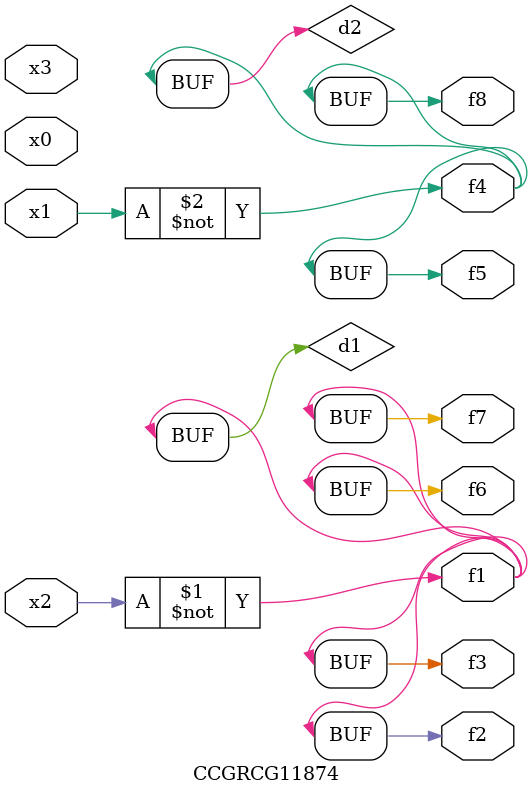
<source format=v>
module CCGRCG11874(
	input x0, x1, x2, x3,
	output f1, f2, f3, f4, f5, f6, f7, f8
);

	wire d1, d2;

	xnor (d1, x2);
	not (d2, x1);
	assign f1 = d1;
	assign f2 = d1;
	assign f3 = d1;
	assign f4 = d2;
	assign f5 = d2;
	assign f6 = d1;
	assign f7 = d1;
	assign f8 = d2;
endmodule

</source>
